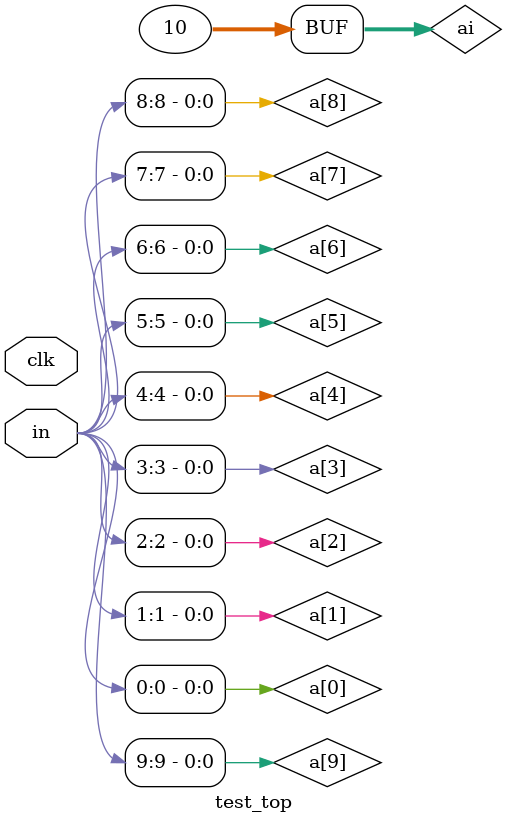
<source format=v>

module t (/*AUTOARG*/
   // Inputs
   clk
   );
   input clk;

   integer 	cyc=0;
   reg [63:0] 	crc;
   reg [63:0] 	sum;

   // Take CRC data and apply to testblock inputs
   wire [9:0]  in = crc[9:0];

   /*AUTOWIRE*/

   Test test (/*AUTOINST*/
	      // Inputs
	      .clk			(clk),
	      .in			(in[9:0]));

   // Aggregate outputs into a single result vector
   wire [63:0] result = {64'h0};

   // Test loop
   always @ (posedge clk) begin
`ifdef TEST_VERBOSE
      $write("[%0t] cyc==%0d crc=%x result=%x\n",$time, cyc, crc, result);
`endif
      cyc <= cyc + 1;
      crc <= {crc[62:0], crc[63]^crc[2]^crc[0]};
      sum <= result ^ {sum[62:0],sum[63]^sum[2]^sum[0]};
      if (cyc==0) begin
	 // Setup
	 crc <= 64'h5aef0c8d_d70a4497;
      end
      else if (cyc<10) begin
	 sum <= 64'h0;
      end
      else if (cyc<90) begin
      end
      else if (cyc==99) begin
	 $write("[%0t] cyc==%0d crc=%x sum=%x\n",$time, cyc, crc, sum);
	 if (crc !== 64'hc77bb9b3784ea091) $stop;
	 // What checksum will we end up with (above print should match)
`define EXPECTED_SUM 64'h0
	 if (sum !== `EXPECTED_SUM) $stop;
	 $write("*-* All Finished *-*\n");
	 $finish;
      end
   end

endmodule

module test_top (/*AUTOARG*/
   // Inputs
   clk, in
   );
   input clk;
   input [9:0] in;

   reg a [9:0];
   integer ai;
   always @* begin
      for (ai=0;ai<10;ai=ai+1) begin
	 a[ai]=in[ai];
      end
   end

   reg [1:0] b [9:0];
   integer   j;

   generate
      genvar i;
      for (i=0; i<2; i=i+1) begin
	 always @(posedge clk) begin
	    for (j=0; j<10; j=j+1) begin
	       if (a[j])
		 b[i][j] <= 1'b0;
	       else
		 b[i][j] <= 1'b1;
	    end
	 end
      end
   endgenerate
endmodule

</source>
